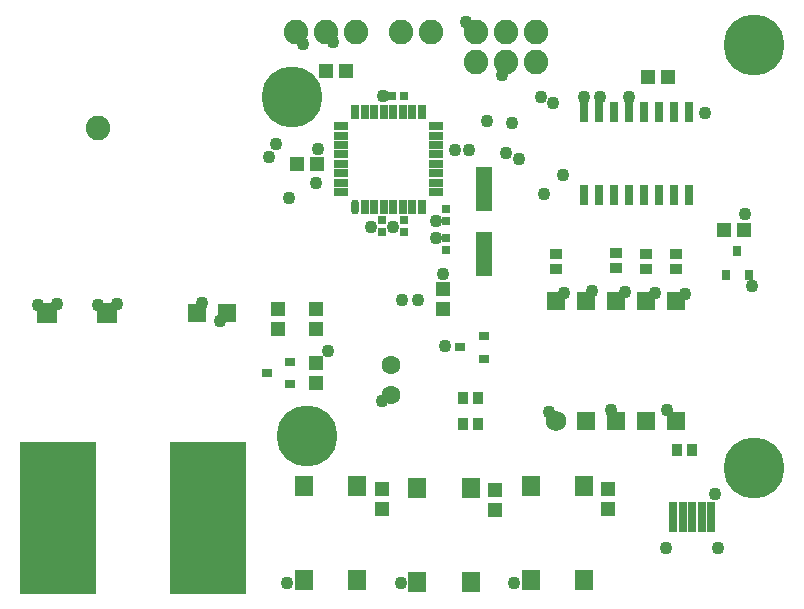
<source format=gts>
%FSLAX25Y25*%
%MOIN*%
G70*
G01*
G75*
G04 Layer_Color=8388736*
%ADD10R,0.04724X0.13780*%
G04:AMPARAMS|DCode=11|XSize=17.72mil|YSize=39.37mil|CornerRadius=4.43mil|HoleSize=0mil|Usage=FLASHONLY|Rotation=180.000|XOffset=0mil|YOffset=0mil|HoleType=Round|Shape=RoundedRectangle|*
%AMROUNDEDRECTD11*
21,1,0.01772,0.03051,0,0,180.0*
21,1,0.00886,0.03937,0,0,180.0*
1,1,0.00886,-0.00443,0.01526*
1,1,0.00886,0.00443,0.01526*
1,1,0.00886,0.00443,-0.01526*
1,1,0.00886,-0.00443,-0.01526*
%
%ADD11ROUNDEDRECTD11*%
%ADD12R,0.01772X0.03937*%
%ADD13R,0.03937X0.01772*%
%ADD14R,0.01969X0.09055*%
%ADD15R,0.05118X0.06102*%
%ADD16R,0.02756X0.02362*%
%ADD17R,0.02165X0.05906*%
%ADD18R,0.02362X0.02756*%
%ADD19R,0.03937X0.04331*%
%ADD20R,0.02362X0.01969*%
%ADD21R,0.02756X0.03543*%
%ADD22R,0.04331X0.03937*%
%ADD23R,0.03543X0.02756*%
%ADD24R,0.01969X0.02362*%
%ADD25R,0.25000X0.50000*%
%ADD26C,0.01000*%
%ADD27C,0.10000*%
%ADD28R,0.07874X0.09843*%
%ADD29C,0.07400*%
%ADD30C,0.05512*%
%ADD31R,0.05500X0.05500*%
%ADD32C,0.06000*%
%ADD33R,0.05118X0.05118*%
%ADD34R,0.05906X0.05906*%
%ADD35C,0.03500*%
%ADD36C,0.19500*%
%ADD37C,0.03543*%
%ADD38C,0.03000*%
%ADD39C,0.00500*%
%ADD40R,0.05524X0.14579*%
G04:AMPARAMS|DCode=41|XSize=25.72mil|YSize=47.37mil|CornerRadius=8.43mil|HoleSize=0mil|Usage=FLASHONLY|Rotation=180.000|XOffset=0mil|YOffset=0mil|HoleType=Round|Shape=RoundedRectangle|*
%AMROUNDEDRECTD41*
21,1,0.02572,0.03051,0,0,180.0*
21,1,0.00886,0.04737,0,0,180.0*
1,1,0.01686,-0.00443,0.01526*
1,1,0.01686,0.00443,0.01526*
1,1,0.01686,0.00443,-0.01526*
1,1,0.01686,-0.00443,-0.01526*
%
%ADD41ROUNDEDRECTD41*%
%ADD42R,0.02572X0.04737*%
%ADD43R,0.04737X0.02572*%
%ADD44R,0.02769X0.09855*%
%ADD45R,0.05918X0.06902*%
%ADD46R,0.03556X0.03162*%
%ADD47R,0.02965X0.06706*%
%ADD48R,0.03162X0.03556*%
%ADD49R,0.04737X0.05131*%
%ADD50R,0.03162X0.02769*%
%ADD51R,0.03556X0.04343*%
%ADD52R,0.05131X0.04737*%
%ADD53R,0.04343X0.03556*%
%ADD54R,0.02769X0.03162*%
%ADD55R,0.25800X0.50800*%
%ADD56C,0.08200*%
%ADD57C,0.06312*%
%ADD58R,0.06300X0.06300*%
%ADD59C,0.06800*%
%ADD60R,0.05918X0.05918*%
%ADD61R,0.06706X0.06706*%
%ADD62C,0.04300*%
%ADD63C,0.20300*%
%ADD64C,0.04343*%
D40*
X156500Y116173D02*
D03*
Y137827D02*
D03*
D41*
X113691Y131869D02*
D03*
D42*
X116841D02*
D03*
X119991D02*
D03*
X123140D02*
D03*
X126290D02*
D03*
X129439D02*
D03*
X132589D02*
D03*
X135739D02*
D03*
Y163561D02*
D03*
X132589D02*
D03*
X129439D02*
D03*
X126290D02*
D03*
X123140D02*
D03*
X119991D02*
D03*
X116841D02*
D03*
X113691D02*
D03*
D43*
X140561Y136691D02*
D03*
Y139841D02*
D03*
Y142991D02*
D03*
Y146140D02*
D03*
Y149290D02*
D03*
Y152439D02*
D03*
Y155589D02*
D03*
Y158739D02*
D03*
X108869D02*
D03*
Y155589D02*
D03*
Y152439D02*
D03*
Y149290D02*
D03*
Y146140D02*
D03*
Y142991D02*
D03*
Y139841D02*
D03*
Y136691D02*
D03*
D44*
X232299Y28472D02*
D03*
X229150D02*
D03*
X226000D02*
D03*
X222850D02*
D03*
X219701D02*
D03*
D45*
X172123Y38650D02*
D03*
Y7350D02*
D03*
X189840D02*
D03*
Y38650D02*
D03*
X96642D02*
D03*
Y7350D02*
D03*
X114358D02*
D03*
Y38650D02*
D03*
X134382Y38150D02*
D03*
Y6850D02*
D03*
X152099D02*
D03*
Y38150D02*
D03*
D46*
X156437Y81260D02*
D03*
Y88740D02*
D03*
X148563Y85000D02*
D03*
X91937Y72760D02*
D03*
Y80240D02*
D03*
X84063Y76500D02*
D03*
D47*
X225000Y135721D02*
D03*
X220000D02*
D03*
X215000D02*
D03*
X210000D02*
D03*
X205000D02*
D03*
X200000D02*
D03*
X195000D02*
D03*
X190000D02*
D03*
Y163279D02*
D03*
X195000D02*
D03*
X200000D02*
D03*
X205000D02*
D03*
X210000D02*
D03*
X215000D02*
D03*
X220000D02*
D03*
X225000D02*
D03*
D48*
X237260Y109063D02*
D03*
X244740D02*
D03*
X241000Y116937D02*
D03*
D49*
X100500Y97847D02*
D03*
Y91154D02*
D03*
X88000Y97847D02*
D03*
Y91154D02*
D03*
X143000Y97654D02*
D03*
Y104347D02*
D03*
X198000Y37854D02*
D03*
Y31161D02*
D03*
X122518Y37854D02*
D03*
Y31161D02*
D03*
X160259Y37354D02*
D03*
Y30661D02*
D03*
X100500Y73154D02*
D03*
Y79847D02*
D03*
D50*
X122600Y123331D02*
D03*
Y127269D02*
D03*
X129900Y123432D02*
D03*
Y127368D02*
D03*
X144000Y121468D02*
D03*
Y117532D02*
D03*
Y127032D02*
D03*
Y130968D02*
D03*
D51*
X154559Y68000D02*
D03*
X149441D02*
D03*
X154559Y59500D02*
D03*
X149441D02*
D03*
X220741Y50800D02*
D03*
X225859D02*
D03*
D52*
X94153Y146000D02*
D03*
X100847D02*
D03*
X211154Y175000D02*
D03*
X217846D02*
D03*
X236653Y124000D02*
D03*
X243347D02*
D03*
X110447Y177000D02*
D03*
X103753D02*
D03*
D53*
X210500Y110941D02*
D03*
Y116059D02*
D03*
X220500Y110941D02*
D03*
Y116059D02*
D03*
X200500Y111441D02*
D03*
Y116559D02*
D03*
X180500Y110941D02*
D03*
Y116059D02*
D03*
D54*
X126031Y168900D02*
D03*
X129969D02*
D03*
D55*
X14500Y28000D02*
D03*
X64500D02*
D03*
D56*
X28000Y158000D02*
D03*
X139000Y190150D02*
D03*
X129000D02*
D03*
X154000Y180000D02*
D03*
Y190000D02*
D03*
X164000Y180000D02*
D03*
Y190000D02*
D03*
X174000Y180000D02*
D03*
Y190000D02*
D03*
X94000Y190150D02*
D03*
X104000D02*
D03*
X114000D02*
D03*
D57*
X125500Y69000D02*
D03*
Y79000D02*
D03*
D58*
X180500Y100500D02*
D03*
X190500D02*
D03*
X200500D02*
D03*
X210500D02*
D03*
X220500D02*
D03*
Y60500D02*
D03*
X210500D02*
D03*
X200500D02*
D03*
X190500D02*
D03*
D59*
X180500D02*
D03*
D60*
X61000Y96500D02*
D03*
X71000D02*
D03*
D61*
X31000D02*
D03*
X11000D02*
D03*
D62*
X96370Y186045D02*
D03*
X150648Y193352D02*
D03*
X162575Y175616D02*
D03*
X106100Y186600D02*
D03*
X62600Y99700D02*
D03*
X68600Y93600D02*
D03*
X122394Y67207D02*
D03*
X223700Y102800D02*
D03*
X213700Y103100D02*
D03*
X203500Y103400D02*
D03*
X192600Y103600D02*
D03*
X183300Y103100D02*
D03*
X178192Y63519D02*
D03*
X217700Y64100D02*
D03*
X198825Y64050D02*
D03*
X34300Y99400D02*
D03*
X28000Y99200D02*
D03*
X14300Y99300D02*
D03*
X8000Y99200D02*
D03*
X101100Y151000D02*
D03*
X85000Y148300D02*
D03*
X87300Y152600D02*
D03*
X100700Y139700D02*
D03*
X157700Y160400D02*
D03*
X176600Y136200D02*
D03*
X182800Y142400D02*
D03*
X195200Y168500D02*
D03*
X118900Y125100D02*
D03*
X165800Y159600D02*
D03*
X91600Y134800D02*
D03*
X179700Y166300D02*
D03*
X175400Y168300D02*
D03*
X151400Y150700D02*
D03*
X164000Y149700D02*
D03*
X168300Y147700D02*
D03*
X142900Y109500D02*
D03*
X146900Y150800D02*
D03*
X134600Y100900D02*
D03*
X129300D02*
D03*
X126300Y125000D02*
D03*
X140500Y127000D02*
D03*
X104600Y83700D02*
D03*
X230200Y163100D02*
D03*
X143500Y85300D02*
D03*
X123000Y168800D02*
D03*
X91000Y6500D02*
D03*
X129000D02*
D03*
X166500D02*
D03*
X233500Y36000D02*
D03*
X246000Y105500D02*
D03*
X243500Y129500D02*
D03*
X190000Y168500D02*
D03*
X205000D02*
D03*
X140500Y121500D02*
D03*
D63*
X246600Y44900D02*
D03*
X92400Y168300D02*
D03*
X246544Y185800D02*
D03*
X97600Y55300D02*
D03*
D64*
X234661Y18236D02*
D03*
X217339D02*
D03*
M02*

</source>
